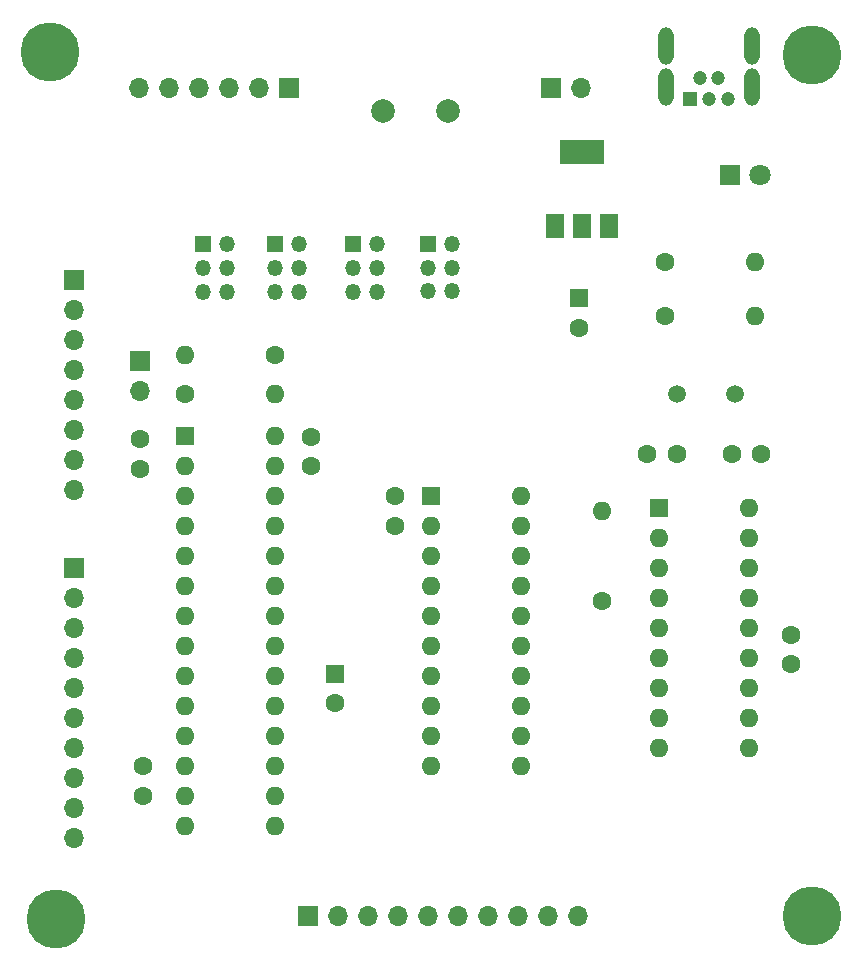
<source format=gbr>
%TF.GenerationSoftware,KiCad,Pcbnew,8.0.2*%
%TF.CreationDate,2024-05-01T23:32:11+01:00*%
%TF.ProjectId,PIC_QuickDevBoard,5049435f-5175-4696-936b-446576426f61,2.2*%
%TF.SameCoordinates,Original*%
%TF.FileFunction,Soldermask,Top*%
%TF.FilePolarity,Negative*%
%FSLAX46Y46*%
G04 Gerber Fmt 4.6, Leading zero omitted, Abs format (unit mm)*
G04 Created by KiCad (PCBNEW 8.0.2) date 2024-05-01 23:32:11*
%MOMM*%
%LPD*%
G01*
G04 APERTURE LIST*
%ADD10C,2.000000*%
%ADD11R,1.350000X1.350000*%
%ADD12O,1.350000X1.350000*%
%ADD13C,1.600000*%
%ADD14O,1.600000X1.600000*%
%ADD15R,1.600000X1.600000*%
%ADD16R,1.500000X2.000000*%
%ADD17R,3.800000X2.000000*%
%ADD18C,5.000000*%
%ADD19R,1.700000X1.700000*%
%ADD20O,1.700000X1.700000*%
%ADD21R,1.800000X1.800000*%
%ADD22C,1.800000*%
%ADD23C,1.200000*%
%ADD24R,1.200000X1.200000*%
%ADD25O,1.300000X3.200000*%
%ADD26C,1.500000*%
G04 APERTURE END LIST*
D10*
%TO.C,SW1*%
X94250000Y-41000000D03*
X99750000Y-41000000D03*
%TD*%
D11*
%TO.C,J7*%
X79026000Y-52324000D03*
D12*
X81026000Y-52324000D03*
X79026000Y-54324000D03*
X81026000Y-54324000D03*
X79026000Y-56324000D03*
X81026000Y-56324000D03*
%TD*%
D13*
%TO.C,R4*%
X118110000Y-58420000D03*
D14*
X125730000Y-58420000D03*
%TD*%
D11*
%TO.C,J10*%
X98050000Y-52300000D03*
D12*
X100050000Y-52300000D03*
X98050000Y-54300000D03*
X100050000Y-54300000D03*
X98050000Y-56300000D03*
X100050000Y-56300000D03*
%TD*%
D15*
%TO.C,U1*%
X77470000Y-68580000D03*
D14*
X77470000Y-71120000D03*
X77470000Y-73660000D03*
X77470000Y-76200000D03*
X77470000Y-78740000D03*
X77470000Y-81280000D03*
X77470000Y-83820000D03*
X77470000Y-86360000D03*
X77470000Y-88900000D03*
X77470000Y-91440000D03*
X77470000Y-93980000D03*
X77470000Y-96520000D03*
X77470000Y-99060000D03*
X77470000Y-101600000D03*
X85090000Y-101600000D03*
X85090000Y-99060000D03*
X85090000Y-96520000D03*
X85090000Y-93980000D03*
X85090000Y-91440000D03*
X85090000Y-88900000D03*
X85090000Y-86360000D03*
X85090000Y-83820000D03*
X85090000Y-81280000D03*
X85090000Y-78740000D03*
X85090000Y-76200000D03*
X85090000Y-73660000D03*
X85090000Y-71120000D03*
X85090000Y-68580000D03*
%TD*%
D16*
%TO.C,U3*%
X108750000Y-50800000D03*
X111050000Y-50800000D03*
D17*
X111050000Y-44500000D03*
D16*
X113350000Y-50800000D03*
%TD*%
D13*
%TO.C,C8*%
X95250000Y-73660000D03*
X95250000Y-76160000D03*
%TD*%
D18*
%TO.C,H4*%
X130556000Y-109220000D03*
%TD*%
D13*
%TO.C,C1*%
X73660000Y-68834000D03*
X73660000Y-71334000D03*
%TD*%
D19*
%TO.C,J4*%
X108458000Y-39116000D03*
D20*
X110998000Y-39116000D03*
%TD*%
D15*
%TO.C,U4*%
X98298000Y-73660000D03*
D14*
X98298000Y-76200000D03*
X98298000Y-78740000D03*
X98298000Y-81280000D03*
X98298000Y-83820000D03*
X98298000Y-86360000D03*
X98298000Y-88900000D03*
X98298000Y-91440000D03*
X98298000Y-93980000D03*
X98298000Y-96520000D03*
X105918000Y-96520000D03*
X105918000Y-93980000D03*
X105918000Y-91440000D03*
X105918000Y-88900000D03*
X105918000Y-86360000D03*
X105918000Y-83820000D03*
X105918000Y-81280000D03*
X105918000Y-78740000D03*
X105918000Y-76200000D03*
X105918000Y-73660000D03*
%TD*%
D13*
%TO.C,C6*%
X123738000Y-70104000D03*
X126238000Y-70104000D03*
%TD*%
%TO.C,C2*%
X88138000Y-68620000D03*
X88138000Y-71120000D03*
%TD*%
D11*
%TO.C,J9*%
X91694000Y-52324000D03*
D12*
X93694000Y-52324000D03*
X91694000Y-54324000D03*
X93694000Y-54324000D03*
X91694000Y-56324000D03*
X93694000Y-56324000D03*
%TD*%
D13*
%TO.C,C9*%
X128778000Y-85384000D03*
X128778000Y-87884000D03*
%TD*%
%TO.C,R1*%
X77470000Y-65024000D03*
D14*
X85090000Y-65024000D03*
%TD*%
D15*
%TO.C,C4*%
X90170000Y-88687144D03*
D13*
X90170000Y-91187144D03*
%TD*%
%TO.C,R2*%
X85090000Y-61722000D03*
D14*
X77470000Y-61722000D03*
%TD*%
D13*
%TO.C,C5*%
X116586000Y-70104000D03*
X119086000Y-70104000D03*
%TD*%
D21*
%TO.C,D1*%
X123566000Y-46482000D03*
D22*
X126106000Y-46482000D03*
%TD*%
D19*
%TO.C,J2*%
X68072000Y-79756000D03*
D20*
X68072000Y-82296000D03*
X68072000Y-84836000D03*
X68072000Y-87376000D03*
X68072000Y-89916000D03*
X68072000Y-92456000D03*
X68072000Y-94996000D03*
X68072000Y-97536000D03*
X68072000Y-100076000D03*
X68072000Y-102616000D03*
%TD*%
D19*
%TO.C,J5*%
X86250000Y-39100000D03*
D20*
X83710000Y-39100000D03*
X81170000Y-39100000D03*
X78630000Y-39100000D03*
X76090000Y-39100000D03*
X73550000Y-39100000D03*
%TD*%
D19*
%TO.C,J1*%
X68072000Y-55372000D03*
D20*
X68072000Y-57912000D03*
X68072000Y-60452000D03*
X68072000Y-62992000D03*
X68072000Y-65532000D03*
X68072000Y-68072000D03*
X68072000Y-70612000D03*
X68072000Y-73152000D03*
%TD*%
D18*
%TO.C,H3*%
X66548000Y-109474000D03*
%TD*%
%TO.C,H1*%
X66040000Y-36068000D03*
%TD*%
D19*
%TO.C,J3*%
X87884000Y-109220000D03*
D20*
X90424000Y-109220000D03*
X92964000Y-109220000D03*
X95504000Y-109220000D03*
X98044000Y-109220000D03*
X100584000Y-109220000D03*
X103124000Y-109220000D03*
X105664000Y-109220000D03*
X108204000Y-109220000D03*
X110744000Y-109220000D03*
%TD*%
D19*
%TO.C,JP1*%
X73660000Y-62230000D03*
D20*
X73660000Y-64770000D03*
%TD*%
D11*
%TO.C,J8*%
X85122000Y-52324000D03*
D12*
X87122000Y-52324000D03*
X85122000Y-54324000D03*
X87122000Y-54324000D03*
X85122000Y-56324000D03*
X87122000Y-56324000D03*
%TD*%
D23*
%TO.C,J6*%
X123426000Y-40012000D03*
X122626000Y-38262000D03*
X121826000Y-40012000D03*
X121026000Y-38262000D03*
D24*
X120226000Y-40012000D03*
D25*
X118226000Y-35512000D03*
X118226000Y-39012000D03*
X125476000Y-35512000D03*
X125476000Y-39012000D03*
%TD*%
D15*
%TO.C,U2*%
X117602000Y-74676000D03*
D14*
X117602000Y-77216000D03*
X117602000Y-79756000D03*
X117602000Y-82296000D03*
X117602000Y-84836000D03*
X117602000Y-87376000D03*
X117602000Y-89916000D03*
X117602000Y-92456000D03*
X117602000Y-94996000D03*
X125222000Y-94996000D03*
X125222000Y-92456000D03*
X125222000Y-89916000D03*
X125222000Y-87376000D03*
X125222000Y-84836000D03*
X125222000Y-82296000D03*
X125222000Y-79756000D03*
X125222000Y-77216000D03*
X125222000Y-74676000D03*
%TD*%
D13*
%TO.C,C3*%
X73914000Y-99020000D03*
X73914000Y-96520000D03*
%TD*%
D15*
%TO.C,C7*%
X110850000Y-56900000D03*
D13*
X110850000Y-59400000D03*
%TD*%
D18*
%TO.C,H2*%
X130556000Y-36322000D03*
%TD*%
D13*
%TO.C,R5*%
X118110000Y-53848000D03*
D14*
X125730000Y-53848000D03*
%TD*%
D26*
%TO.C,Y1*%
X124006000Y-65024000D03*
X119126000Y-65024000D03*
%TD*%
D13*
%TO.C,R3*%
X112750000Y-82500000D03*
D14*
X112750000Y-74880000D03*
%TD*%
M02*

</source>
